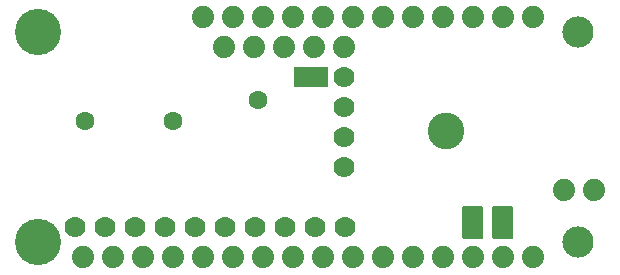
<source format=gbr>
G04 EAGLE Gerber RS-274X export*
G75*
%MOMM*%
%FSLAX34Y34*%
%LPD*%
%INSoldermask Bottom*%
%IPPOS*%
%AMOC8*
5,1,8,0,0,1.08239X$1,22.5*%
G01*
%ADD10C,3.101600*%
%ADD11C,1.601600*%
%ADD12C,2.641600*%
%ADD13C,3.911600*%
%ADD14C,1.879600*%
%ADD15R,2.921000X1.651000*%
%ADD16C,1.778000*%
%ADD17R,1.701800X1.270000*%
%ADD18R,0.304800X0.736600*%

G36*
X426838Y27956D02*
X426838Y27956D01*
X426957Y27963D01*
X426995Y27976D01*
X427036Y27981D01*
X427146Y28024D01*
X427259Y28061D01*
X427294Y28083D01*
X427331Y28098D01*
X427427Y28168D01*
X427528Y28231D01*
X427556Y28261D01*
X427589Y28284D01*
X427665Y28376D01*
X427746Y28463D01*
X427766Y28498D01*
X427791Y28529D01*
X427842Y28637D01*
X427900Y28741D01*
X427910Y28781D01*
X427927Y28817D01*
X427949Y28934D01*
X427979Y29049D01*
X427983Y29110D01*
X427987Y29130D01*
X427985Y29150D01*
X427989Y29210D01*
X427989Y54610D01*
X427974Y54728D01*
X427967Y54847D01*
X427954Y54885D01*
X427949Y54926D01*
X427906Y55036D01*
X427869Y55149D01*
X427847Y55184D01*
X427832Y55221D01*
X427763Y55317D01*
X427699Y55418D01*
X427669Y55446D01*
X427646Y55479D01*
X427554Y55555D01*
X427467Y55636D01*
X427432Y55656D01*
X427401Y55681D01*
X427293Y55732D01*
X427189Y55790D01*
X427149Y55800D01*
X427113Y55817D01*
X426996Y55839D01*
X426881Y55869D01*
X426821Y55873D01*
X426801Y55877D01*
X426780Y55875D01*
X426720Y55879D01*
X411480Y55879D01*
X411362Y55864D01*
X411243Y55857D01*
X411205Y55844D01*
X411164Y55839D01*
X411054Y55796D01*
X410941Y55759D01*
X410906Y55737D01*
X410869Y55722D01*
X410773Y55653D01*
X410672Y55589D01*
X410644Y55559D01*
X410611Y55536D01*
X410536Y55444D01*
X410454Y55357D01*
X410434Y55322D01*
X410409Y55291D01*
X410358Y55183D01*
X410300Y55079D01*
X410290Y55039D01*
X410273Y55003D01*
X410251Y54886D01*
X410221Y54771D01*
X410217Y54711D01*
X410213Y54691D01*
X410214Y54679D01*
X410213Y54676D01*
X410214Y54663D01*
X410211Y54610D01*
X410211Y29210D01*
X410226Y29092D01*
X410233Y28973D01*
X410246Y28935D01*
X410251Y28894D01*
X410294Y28784D01*
X410331Y28671D01*
X410353Y28636D01*
X410368Y28599D01*
X410438Y28503D01*
X410501Y28402D01*
X410531Y28374D01*
X410554Y28341D01*
X410646Y28266D01*
X410733Y28184D01*
X410768Y28164D01*
X410799Y28139D01*
X410907Y28088D01*
X411011Y28030D01*
X411051Y28020D01*
X411087Y28003D01*
X411204Y27981D01*
X411319Y27951D01*
X411380Y27947D01*
X411400Y27943D01*
X411420Y27945D01*
X411480Y27941D01*
X426720Y27941D01*
X426838Y27956D01*
G37*
G36*
X401438Y27956D02*
X401438Y27956D01*
X401557Y27963D01*
X401595Y27976D01*
X401636Y27981D01*
X401746Y28024D01*
X401859Y28061D01*
X401894Y28083D01*
X401931Y28098D01*
X402027Y28168D01*
X402128Y28231D01*
X402156Y28261D01*
X402189Y28284D01*
X402265Y28376D01*
X402346Y28463D01*
X402366Y28498D01*
X402391Y28529D01*
X402442Y28637D01*
X402500Y28741D01*
X402510Y28781D01*
X402527Y28817D01*
X402549Y28934D01*
X402579Y29049D01*
X402583Y29110D01*
X402587Y29130D01*
X402585Y29150D01*
X402589Y29210D01*
X402589Y54610D01*
X402574Y54728D01*
X402567Y54847D01*
X402554Y54885D01*
X402549Y54926D01*
X402506Y55036D01*
X402469Y55149D01*
X402447Y55184D01*
X402432Y55221D01*
X402363Y55317D01*
X402299Y55418D01*
X402269Y55446D01*
X402246Y55479D01*
X402154Y55555D01*
X402067Y55636D01*
X402032Y55656D01*
X402001Y55681D01*
X401893Y55732D01*
X401789Y55790D01*
X401749Y55800D01*
X401713Y55817D01*
X401596Y55839D01*
X401481Y55869D01*
X401421Y55873D01*
X401401Y55877D01*
X401380Y55875D01*
X401320Y55879D01*
X386080Y55879D01*
X385962Y55864D01*
X385843Y55857D01*
X385805Y55844D01*
X385764Y55839D01*
X385654Y55796D01*
X385541Y55759D01*
X385506Y55737D01*
X385469Y55722D01*
X385373Y55653D01*
X385272Y55589D01*
X385244Y55559D01*
X385211Y55536D01*
X385136Y55444D01*
X385054Y55357D01*
X385034Y55322D01*
X385009Y55291D01*
X384958Y55183D01*
X384900Y55079D01*
X384890Y55039D01*
X384873Y55003D01*
X384851Y54886D01*
X384821Y54771D01*
X384817Y54711D01*
X384813Y54691D01*
X384814Y54679D01*
X384813Y54676D01*
X384814Y54663D01*
X384811Y54610D01*
X384811Y29210D01*
X384826Y29092D01*
X384833Y28973D01*
X384846Y28935D01*
X384851Y28894D01*
X384894Y28784D01*
X384931Y28671D01*
X384953Y28636D01*
X384968Y28599D01*
X385038Y28503D01*
X385101Y28402D01*
X385131Y28374D01*
X385154Y28341D01*
X385246Y28266D01*
X385333Y28184D01*
X385368Y28164D01*
X385399Y28139D01*
X385507Y28088D01*
X385611Y28030D01*
X385651Y28020D01*
X385687Y28003D01*
X385804Y27981D01*
X385919Y27951D01*
X385980Y27947D01*
X386000Y27943D01*
X386020Y27945D01*
X386080Y27941D01*
X401320Y27941D01*
X401438Y27956D01*
G37*
D10*
X371230Y119300D03*
D11*
X139830Y128270D03*
X65330Y128270D03*
D12*
X482600Y203200D03*
X482600Y25400D03*
D13*
X25400Y203200D03*
X25400Y25400D03*
D14*
X165100Y215900D03*
X190500Y215900D03*
X215900Y215900D03*
X241300Y215900D03*
X266700Y215900D03*
X292100Y215900D03*
X317500Y215900D03*
X342900Y215900D03*
X368300Y215900D03*
X393700Y215900D03*
X419100Y215900D03*
X444500Y215900D03*
X165100Y12700D03*
X190500Y12700D03*
X215900Y12700D03*
X241300Y12700D03*
X266700Y12700D03*
X292100Y12700D03*
X317500Y12700D03*
X342900Y12700D03*
X368300Y12700D03*
X393700Y12700D03*
X419100Y12700D03*
X444500Y12700D03*
X139700Y12700D03*
X114300Y12700D03*
X88900Y12700D03*
X63500Y12700D03*
D15*
X256540Y165100D03*
D16*
X285750Y38100D03*
X260350Y38100D03*
X234950Y38100D03*
X209550Y38100D03*
X184150Y38100D03*
X158750Y38100D03*
X133350Y38100D03*
X107950Y38100D03*
X82550Y38100D03*
X57150Y38100D03*
D14*
X182880Y190500D03*
X208280Y190500D03*
X233680Y190500D03*
X259080Y190500D03*
X284480Y190500D03*
D16*
X284480Y165100D03*
X284480Y139700D03*
X284480Y114300D03*
X284480Y88900D03*
D14*
X496570Y69850D03*
X471170Y69850D03*
D17*
X393700Y49530D03*
X393700Y34290D03*
D18*
X393700Y41910D03*
D17*
X419100Y49530D03*
X419100Y34290D03*
D18*
X419100Y41910D03*
D11*
X212090Y146050D03*
M02*

</source>
